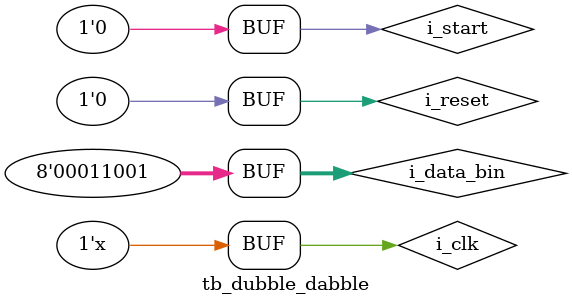
<source format=v>
`timescale 1ns / 1ps


module tb_dubble_dabble();

reg              i_clk       =   1'b0;
reg              i_reset     =   1'b0;
reg              i_start     =   1'b0;
reg  [7 : 0]     i_data_bin  =   8'h00;
wire [11 : 0]    o_data_bcd;

    dubble_dabble           DUT(
        .i_clk              (i_clk),
        .i_reset            (i_reset),
        .i_start            (i_start),
        .i_data_bin         (i_data_bin),
        .o_data_bcd         (o_data_bcd)
    );

    always #5 i_clk = ~i_clk;
    initial begin
        i_data_bin = 8'h19;
    end


endmodule

</source>
